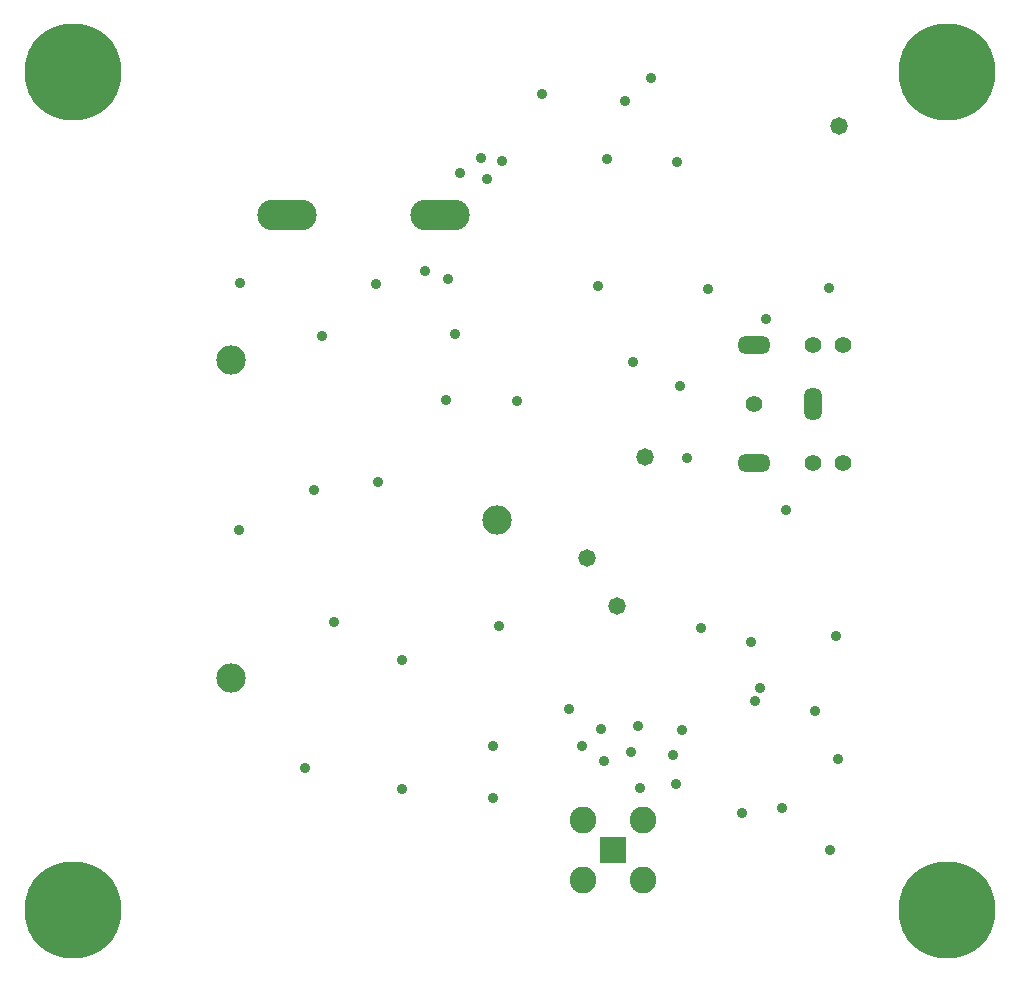
<source format=gbr>
%TF.GenerationSoftware,Altium Limited,Altium Designer,24.2.2 (26)*%
G04 Layer_Color=16711935*
%FSLAX45Y45*%
%MOMM*%
%TF.SameCoordinates,979FBE80-878B-4EC3-91C7-7055811A0E5A*%
%TF.FilePolarity,Negative*%
%TF.FileFunction,Soldermask,Bot*%
%TF.Part,Single*%
G01*
G75*
%TA.AperFunction,ComponentPad*%
%ADD72C,2.48920*%
%ADD73O,5.02320X2.61320*%
%ADD74C,8.20320*%
%ADD75O,1.51120X2.81920*%
%ADD76O,2.81920X1.51120*%
%ADD77C,1.40320*%
%ADD78C,2.25320*%
%ADD79R,2.25320X2.25320*%
%TA.AperFunction,ViaPad*%
%ADD80C,0.90320*%
%ADD81C,0.96520*%
%ADD82C,1.47320*%
D72*
X14592300Y5905500D02*
D03*
X12341860Y4566920D02*
D03*
Y7254240D02*
D03*
D73*
X14112241Y8483600D02*
D03*
X12816840D02*
D03*
D74*
X11000000Y9700000D02*
D03*
Y2600000D02*
D03*
X18400000D02*
D03*
Y9700000D02*
D03*
D75*
X17271620Y6888480D02*
D03*
D76*
X16771620Y7388480D02*
D03*
Y6388480D02*
D03*
D77*
X17521620D02*
D03*
X17271620D02*
D03*
X16771620Y6888480D02*
D03*
X17521620Y7388480D02*
D03*
X17271620D02*
D03*
D78*
X15321280Y3365500D02*
D03*
X15829280D02*
D03*
Y2857500D02*
D03*
X15321280D02*
D03*
D79*
X15575281Y3111500D02*
D03*
D80*
X12410440Y5816600D02*
D03*
X14630400Y8940800D02*
D03*
X14452600Y8966200D02*
D03*
X14503400Y8788400D02*
D03*
X14274800Y8839200D02*
D03*
X17475200Y3881120D02*
D03*
X16200121Y6428740D02*
D03*
X16111220Y3670300D02*
D03*
X15499080Y3863340D02*
D03*
X15476221Y4137660D02*
D03*
X15788640Y4155440D02*
D03*
X15806419Y3637280D02*
D03*
X16080740Y3911600D02*
D03*
X16159480Y4122420D02*
D03*
X15725140Y3937000D02*
D03*
X15313660Y3992880D02*
D03*
X15201900Y4300220D02*
D03*
X17459959Y4919980D02*
D03*
X16144240Y7040880D02*
D03*
X17401540Y7863840D02*
D03*
X16377921Y7856220D02*
D03*
X15740379Y7241540D02*
D03*
X15443201Y7886700D02*
D03*
X12418060Y7912100D02*
D03*
X14234160Y7475220D02*
D03*
X14175740Y7945120D02*
D03*
X13982700Y8008620D02*
D03*
X13563600Y7904480D02*
D03*
X13111481Y7459980D02*
D03*
X14160500Y6918960D02*
D03*
X14765021Y6911340D02*
D03*
X13040359Y6154420D02*
D03*
X13581380Y6225540D02*
D03*
X13210539Y5041900D02*
D03*
X13789661Y4719320D02*
D03*
X14605000Y5008880D02*
D03*
X12966701Y3807460D02*
D03*
X13789661Y3629660D02*
D03*
X14556740Y3992880D02*
D03*
Y3548380D02*
D03*
X16870680Y7604760D02*
D03*
X16316960Y4991100D02*
D03*
X17284700Y4287520D02*
D03*
X16118840Y8935720D02*
D03*
X17414240Y3108960D02*
D03*
X16779240Y4368800D02*
D03*
X16817340Y4480560D02*
D03*
X16741141Y4871720D02*
D03*
X17002760Y3464560D02*
D03*
X16667480Y3423920D02*
D03*
X17035780Y5989320D02*
D03*
X15671800Y9447800D02*
D03*
X15897861Y9641840D02*
D03*
X14975841Y9507220D02*
D03*
X15519400Y8956040D02*
D03*
D81*
X10757533Y9942467D02*
D03*
X10657100Y9700000D02*
D03*
X10757533Y9457533D02*
D03*
X11000000Y9357100D02*
D03*
X11242467Y9457533D02*
D03*
X11342900Y9700000D02*
D03*
X11242467Y9942467D02*
D03*
X11000000Y10042900D02*
D03*
X10757533Y2842467D02*
D03*
X10657100Y2600000D02*
D03*
X10757533Y2357533D02*
D03*
X11000000Y2257100D02*
D03*
X11242467Y2357533D02*
D03*
X11342900Y2600000D02*
D03*
X11242467Y2842467D02*
D03*
X11000000Y2942900D02*
D03*
X18157533Y2842467D02*
D03*
X18057100Y2600000D02*
D03*
X18157533Y2357533D02*
D03*
X18400000Y2257100D02*
D03*
X18642467Y2357533D02*
D03*
X18742900Y2600000D02*
D03*
X18642467Y2842467D02*
D03*
X18400000Y2942900D02*
D03*
X18157533Y9942467D02*
D03*
X18057100Y9700000D02*
D03*
X18157533Y9457533D02*
D03*
X18400000Y9357100D02*
D03*
X18642467Y9457533D02*
D03*
X18742900Y9700000D02*
D03*
X18642467Y9942467D02*
D03*
X18400000Y10042900D02*
D03*
D82*
X15847060Y6433820D02*
D03*
X15356841Y5585460D02*
D03*
X15610840Y5173980D02*
D03*
X17487900Y9240520D02*
D03*
%TF.MD5,6f373037b6d08e61118c3708d561ef68*%
M02*

</source>
